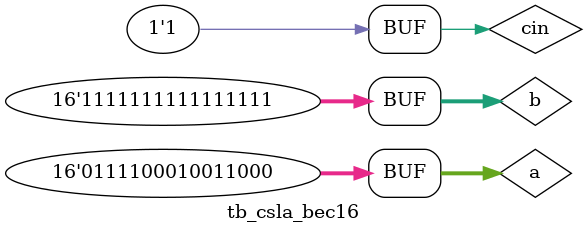
<source format=v>
module csla_bec16(a,b,cin,sum,cout);
input [15:0] a,b;
input cin;
output [15:0] sum;
output cout;
wire cout_rca4,cout_bec_1,cout_bec_2;

rca4_1 r1(a[3:0],b[3:0],cin,sum[3:0],cout_rca4);
group4 g1(a[7:4],b[7:4],cout_rca4,sum[7:4],cout_bec_1);
group4 g2(a[11:8],b[11:8],cout_bec_1,sum[11:8],cout_bec_2);
group4 g3(a[15:12],b[15:12],cout_bec_2,sum[15:12],cout);

endmodule

module tb_csla_bec16;
reg [15:0] a,b;
reg cin;
wire [15:0] sum;
wire cout;
parameter stop_time=200;

csla_bec16 c1(a,b,cin,sum,cout);

initial begin
a=16'h0100;
b=16'h5687;
cin=0;
#20 b=16'hFFFE;
#20 a=16'hABCF;
#20 a=16'hFFFF;
#20 b=16'hFFFF;
#20 a=16'h7898;
#20 cin=1;
end
endmodule

</source>
